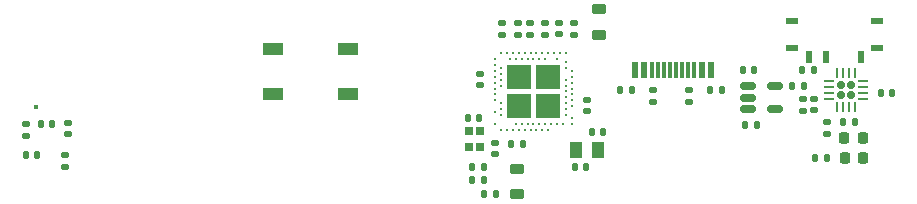
<source format=gtp>
G04 #@! TF.GenerationSoftware,KiCad,Pcbnew,6.0.7-1.fc36*
G04 #@! TF.CreationDate,2022-10-12T21:36:36-05:00*
G04 #@! TF.ProjectId,ardux_mini,61726475-785f-46d6-996e-692e6b696361,rev?*
G04 #@! TF.SameCoordinates,Original*
G04 #@! TF.FileFunction,Paste,Top*
G04 #@! TF.FilePolarity,Positive*
%FSLAX46Y46*%
G04 Gerber Fmt 4.6, Leading zero omitted, Abs format (unit mm)*
G04 Created by KiCad (PCBNEW 6.0.7-1.fc36) date 2022-10-12 21:36:36*
%MOMM*%
%LPD*%
G01*
G04 APERTURE LIST*
G04 Aperture macros list*
%AMRoundRect*
0 Rectangle with rounded corners*
0 $1 Rounding radius*
0 $2 $3 $4 $5 $6 $7 $8 $9 X,Y pos of 4 corners*
0 Add a 4 corners polygon primitive as box body*
4,1,4,$2,$3,$4,$5,$6,$7,$8,$9,$2,$3,0*
0 Add four circle primitives for the rounded corners*
1,1,$1+$1,$2,$3*
1,1,$1+$1,$4,$5*
1,1,$1+$1,$6,$7*
1,1,$1+$1,$8,$9*
0 Add four rect primitives between the rounded corners*
20,1,$1+$1,$2,$3,$4,$5,0*
20,1,$1+$1,$4,$5,$6,$7,0*
20,1,$1+$1,$6,$7,$8,$9,0*
20,1,$1+$1,$8,$9,$2,$3,0*%
G04 Aperture macros list end*
%ADD10RoundRect,0.135000X0.135000X0.185000X-0.135000X0.185000X-0.135000X-0.185000X0.135000X-0.185000X0*%
%ADD11RoundRect,0.218750X0.218750X0.256250X-0.218750X0.256250X-0.218750X-0.256250X0.218750X-0.256250X0*%
%ADD12RoundRect,0.140000X0.170000X-0.140000X0.170000X0.140000X-0.170000X0.140000X-0.170000X-0.140000X0*%
%ADD13RoundRect,0.140000X-0.140000X-0.170000X0.140000X-0.170000X0.140000X0.170000X-0.140000X0.170000X0*%
%ADD14RoundRect,0.140000X0.140000X0.170000X-0.140000X0.170000X-0.140000X-0.170000X0.140000X-0.170000X0*%
%ADD15RoundRect,0.218750X0.381250X-0.218750X0.381250X0.218750X-0.381250X0.218750X-0.381250X-0.218750X0*%
%ADD16RoundRect,0.160000X-0.160000X-0.160000X0.160000X-0.160000X0.160000X0.160000X-0.160000X0.160000X0*%
%ADD17RoundRect,0.062500X-0.375000X-0.062500X0.375000X-0.062500X0.375000X0.062500X-0.375000X0.062500X0*%
%ADD18RoundRect,0.062500X-0.062500X-0.375000X0.062500X-0.375000X0.062500X0.375000X-0.062500X0.375000X0*%
%ADD19R,1.700000X1.000000*%
%ADD20RoundRect,0.135000X-0.185000X0.135000X-0.185000X-0.135000X0.185000X-0.135000X0.185000X0.135000X0*%
%ADD21R,2.000000X2.000000*%
%ADD22C,0.250000*%
%ADD23R,1.066800X1.397000*%
%ADD24R,0.600000X1.000000*%
%ADD25R,1.100000X0.600000*%
%ADD26R,1.000000X0.600000*%
%ADD27R,0.600000X1.450000*%
%ADD28R,0.300000X1.450000*%
%ADD29RoundRect,0.147500X-0.147500X-0.172500X0.147500X-0.172500X0.147500X0.172500X-0.147500X0.172500X0*%
%ADD30RoundRect,0.140000X-0.170000X0.140000X-0.170000X-0.140000X0.170000X-0.140000X0.170000X0.140000X0*%
%ADD31RoundRect,0.135000X0.185000X-0.135000X0.185000X0.135000X-0.185000X0.135000X-0.185000X-0.135000X0*%
%ADD32RoundRect,0.150000X-0.512500X-0.150000X0.512500X-0.150000X0.512500X0.150000X-0.512500X0.150000X0*%
%ADD33R,0.700000X0.750000*%
%ADD34C,0.400000*%
G04 APERTURE END LIST*
D10*
X86684000Y-26925000D03*
X85664000Y-26925000D03*
D11*
X89711500Y-26925000D03*
X88136500Y-26925000D03*
D10*
X85510000Y-19500000D03*
X84490000Y-19500000D03*
D12*
X59100000Y-15520000D03*
X59100000Y-16480000D03*
D13*
X67680000Y-24700000D03*
X66720000Y-24700000D03*
D14*
X80480000Y-19500000D03*
X79520000Y-19500000D03*
D15*
X67300000Y-16462500D03*
X67300000Y-14337500D03*
D16*
X87846000Y-21555000D03*
X87846000Y-20755000D03*
X88646000Y-21555000D03*
X88646000Y-20755000D03*
D17*
X86808500Y-20405000D03*
X86808500Y-20905000D03*
X86808500Y-21405000D03*
X86808500Y-21905000D03*
D18*
X87496000Y-22592500D03*
X87996000Y-22592500D03*
X88496000Y-22592500D03*
X88996000Y-22592500D03*
D17*
X89683500Y-21905000D03*
X89683500Y-21405000D03*
X89683500Y-20905000D03*
X89683500Y-20405000D03*
D18*
X88996000Y-19717500D03*
X88496000Y-19717500D03*
X87996000Y-19717500D03*
X87496000Y-19717500D03*
D10*
X87990000Y-23900000D03*
X89010000Y-23900000D03*
D19*
X46076000Y-21458000D03*
X39776000Y-21458000D03*
X46076000Y-17658000D03*
X39776000Y-17658000D03*
D20*
X18796000Y-24001000D03*
X18796000Y-25021000D03*
D12*
X62765552Y-16474829D03*
X62765552Y-15514829D03*
D10*
X80710000Y-24100000D03*
X79690000Y-24100000D03*
D12*
X60497000Y-16480000D03*
X60497000Y-15520000D03*
D15*
X60400000Y-27837500D03*
X60400000Y-29962500D03*
D21*
X63004000Y-20075000D03*
X63004000Y-22500000D03*
X60579000Y-22500000D03*
X60579000Y-20075000D03*
D22*
X63041500Y-24537500D03*
X62541500Y-24537500D03*
X62041500Y-24537500D03*
X61541500Y-24537500D03*
X61041500Y-24537500D03*
X60541500Y-24537500D03*
X60041500Y-24537500D03*
X59541500Y-24537500D03*
X59041500Y-24537500D03*
X58541500Y-19037500D03*
X64541500Y-18787500D03*
X63791500Y-18537500D03*
X62791500Y-18537500D03*
X62291500Y-18537500D03*
X61791500Y-18537500D03*
X61291500Y-18537500D03*
X60791500Y-18537500D03*
X60291500Y-18537500D03*
X59791500Y-18537500D03*
X58541500Y-18537500D03*
X64541500Y-18037500D03*
X64041500Y-18037500D03*
X63541500Y-18037500D03*
X63041500Y-18037500D03*
X62541500Y-18037500D03*
X62041500Y-18037500D03*
X61541500Y-18037500D03*
X61041500Y-18037500D03*
X60541500Y-18037500D03*
X60041500Y-18037500D03*
X59541500Y-18037500D03*
X59041500Y-18037500D03*
X65041500Y-24037500D03*
X64291500Y-24037500D03*
X63791500Y-24037500D03*
X63291500Y-24037500D03*
X62791500Y-24037500D03*
X62291500Y-24037500D03*
X61791500Y-24037500D03*
X61291500Y-24037500D03*
X60791500Y-24037500D03*
X60291500Y-24037500D03*
X58541500Y-24037500D03*
X65041500Y-23537500D03*
X64541500Y-23287500D03*
X59041500Y-23287500D03*
X58541500Y-23037500D03*
X64541500Y-22787500D03*
X59041500Y-22787500D03*
X65041500Y-22537500D03*
X64541500Y-22287500D03*
X59041500Y-22287500D03*
X65041500Y-22037500D03*
X58541500Y-22037500D03*
X64541500Y-21787500D03*
X65041500Y-21537500D03*
X58541500Y-21537500D03*
X64541500Y-21287500D03*
X65041500Y-21037500D03*
X58541500Y-21037500D03*
X64541500Y-20787500D03*
X59041500Y-20787500D03*
X65041500Y-20537500D03*
X58541500Y-20537500D03*
X64541500Y-20287500D03*
X59041500Y-20287500D03*
X65041500Y-20037500D03*
X58541500Y-20037500D03*
X59041500Y-19787500D03*
X65041500Y-19537500D03*
X58541500Y-19537500D03*
X64541500Y-19287500D03*
X59041500Y-19287500D03*
D13*
X20094000Y-24003000D03*
X21054000Y-24003000D03*
D11*
X88112500Y-25200000D03*
X89687500Y-25200000D03*
D14*
X57580000Y-27700000D03*
X56620000Y-27700000D03*
D13*
X92180000Y-21400000D03*
X91220000Y-21400000D03*
D12*
X63926000Y-16452000D03*
X63926000Y-15492000D03*
D20*
X71900000Y-22160049D03*
X71900000Y-21140049D03*
D23*
X65377800Y-26200000D03*
X67222200Y-26200000D03*
D24*
X85100000Y-18337500D03*
X86600000Y-18337500D03*
X89500000Y-18337500D03*
D25*
X83700000Y-15344500D03*
D26*
X90900000Y-15344500D03*
D25*
X90900000Y-17630500D03*
D26*
X83700000Y-17630500D03*
D13*
X76770753Y-21200000D03*
X77730753Y-21200000D03*
D12*
X58500000Y-25620000D03*
X58500000Y-26580000D03*
D27*
X76852292Y-19436870D03*
X76052292Y-19436870D03*
D28*
X75352292Y-19436870D03*
X74352292Y-19436870D03*
X72852292Y-19436870D03*
X71852292Y-19436870D03*
D27*
X71152292Y-19436870D03*
X70352292Y-19436870D03*
X70352292Y-19436870D03*
X71152292Y-19436870D03*
D28*
X72352292Y-19436870D03*
X73352292Y-19436870D03*
X73852292Y-19436870D03*
X74852292Y-19436870D03*
D27*
X76052292Y-19436870D03*
X76852292Y-19436870D03*
D12*
X61513000Y-15520000D03*
X61513000Y-16480000D03*
D14*
X56240000Y-23500000D03*
X57200000Y-23500000D03*
D13*
X60880000Y-25700000D03*
X59920000Y-25700000D03*
D14*
X84680000Y-20800000D03*
X83720000Y-20800000D03*
D12*
X65196000Y-16480000D03*
X65196000Y-15520000D03*
D29*
X58585000Y-30000000D03*
X57615000Y-30000000D03*
D30*
X22100000Y-26700000D03*
X22100000Y-27660000D03*
D13*
X66280000Y-27700000D03*
X65320000Y-27700000D03*
D12*
X22402982Y-23953916D03*
X22402982Y-24913916D03*
X86674000Y-23895000D03*
X86674000Y-24855000D03*
D13*
X69150753Y-21200000D03*
X70110753Y-21200000D03*
D31*
X84574000Y-22916000D03*
X84574000Y-21896000D03*
D32*
X82237500Y-20850000D03*
X82237500Y-22750000D03*
X79962500Y-22750000D03*
X79962500Y-21800000D03*
X79962500Y-20850000D03*
D30*
X85574000Y-21926000D03*
X85574000Y-22886000D03*
D12*
X66300000Y-22020000D03*
X66300000Y-22980000D03*
D33*
X57300000Y-24653000D03*
X57300000Y-26003000D03*
X56300000Y-26003000D03*
X56300000Y-24653000D03*
D29*
X18815000Y-26700000D03*
X19785000Y-26700000D03*
D14*
X57580000Y-28800000D03*
X56620000Y-28800000D03*
D20*
X74964753Y-21154000D03*
X74964753Y-22174000D03*
D12*
X57290000Y-19820000D03*
X57290000Y-20780000D03*
D34*
X19679974Y-22611000D03*
M02*

</source>
